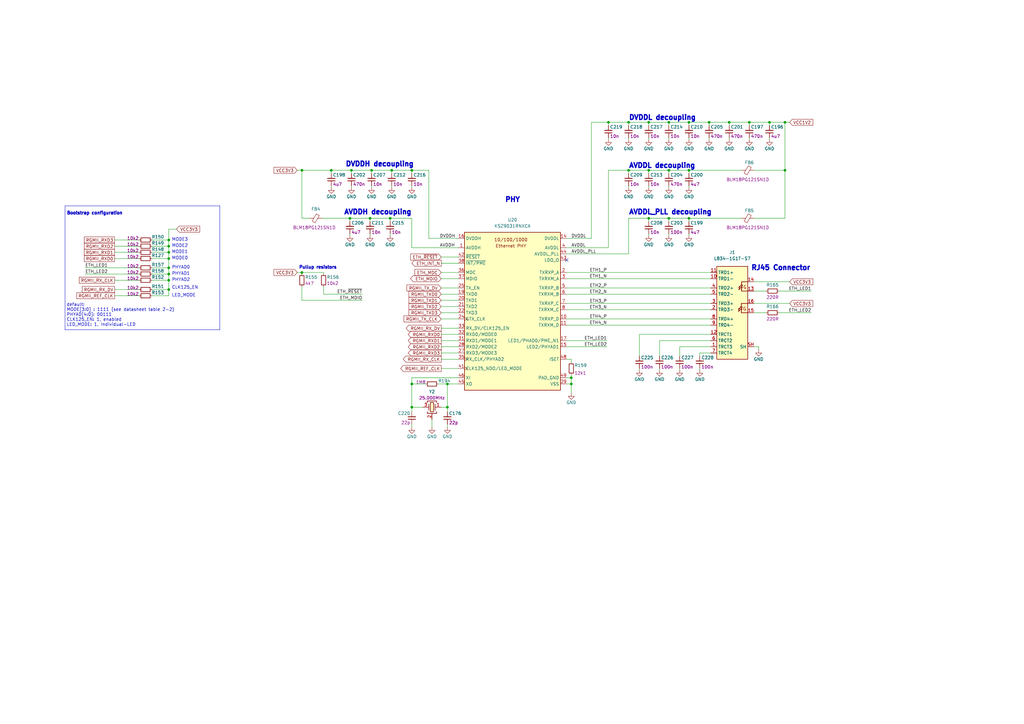
<source format=kicad_sch>
(kicad_sch (version 20211123) (generator eeschema)
  (paper "A3")
  (title_block (title "Artix - Datacenter Secure Control Module (DC-SCM)") (date "2023-08-09") (rev "1.1.1"))
  (junction (at 274.32 50.165))
  (junction (at 69.215 118.745))
  (junction (at 160.02 89.535))
  (junction (at 123.825 111.76))
  (junction (at 168.91 157.48))
  (junction (at 69.215 109.855))
  (junction (at 257.81 69.85))
  (junction (at 234.315 157.48))
  (junction (at 69.215 106.045))
  (junction (at 123.825 69.85))
  (junction (at 160.655 69.85))
  (junction (at 282.575 69.85))
  (junction (at 69.215 103.505))
  (junction (at 266.065 89.535))
  (junction (at 266.065 50.165))
  (junction (at 307.34 50.165))
  (junction (at 135.89 69.85))
  (junction (at 321.945 69.85))
  (junction (at 69.215 114.935))
  (junction (at 143.51 89.535))
  (junction (at 168.91 167.005))
  (junction (at 183.515 157.48))
  (junction (at 299.085 50.165))
  (junction (at 274.32 69.85))
  (junction (at 69.215 100.965))
  (junction (at 69.215 112.395))
  (junction (at 144.145 69.85))
  (junction (at 151.765 89.535))
  (junction (at 282.575 89.535))
  (junction (at 321.945 50.165))
  (junction (at 152.4 69.85))
  (junction (at 315.595 50.165))
  (junction (at 249.555 50.165))
  (junction (at 274.32 89.535))
  (junction (at 290.83 50.165))
  (junction (at 183.515 167.005))
  (junction (at 282.575 50.165))
  (junction (at 69.215 98.425))
  (junction (at 257.81 50.165))
  (junction (at 266.065 69.85))
  (junction (at 234.315 154.94))
  (junction (at 168.91 69.85))
  (no_connect (at 232.41 106.68))
  (wire (pts (xy 168.91 101.6) (xy 187.96 101.6)))
  (wire (pts (xy 46.99 114.935) (xy 57.15 114.935)))
  (wire (pts (xy 309.245 89.535) (xy 321.945 89.535)))
  (polyline (pts (xy 90.17 84.455) (xy 90.17 135.255)) (stroke (width 0) (type solid)))
  (wire (pts (xy 249.555 69.85) (xy 257.81 69.85)))
  (wire (pts (xy 132.08 89.535) (xy 143.51 89.535)))
  (wire (pts (xy 282.575 50.165) (xy 282.575 51.435)))
  (wire (pts (xy 287.02 151.13) (xy 287.02 151.765)))
  (wire (pts (xy 160.655 76.2) (xy 160.655 76.835)))
  (wire (pts (xy 311.15 142.24) (xy 311.15 143.51)))
  (wire (pts (xy 257.81 69.85) (xy 266.065 69.85)))
  (wire (pts (xy 180.975 105.41) (xy 187.96 105.41)))
  (wire (pts (xy 123.825 111.76) (xy 123.825 112.395)))
  (wire (pts (xy 174.625 157.48) (xy 168.91 157.48)))
  (wire (pts (xy 232.41 101.6) (xy 249.555 101.6)))
  (wire (pts (xy 180.975 123.19) (xy 187.96 123.19)))
  (wire (pts (xy 180.975 139.7) (xy 187.96 139.7)))
  (wire (pts (xy 282.575 76.2) (xy 282.575 76.835)))
  (wire (pts (xy 183.515 157.48) (xy 179.705 157.48)))
  (wire (pts (xy 180.975 134.62) (xy 187.96 134.62)))
  (wire (pts (xy 274.32 76.2) (xy 274.32 76.835)))
  (wire (pts (xy 291.465 139.7) (xy 270.51 139.7)))
  (wire (pts (xy 232.41 147.32) (xy 234.315 147.32)))
  (wire (pts (xy 323.85 115.57) (xy 309.245 115.57)))
  (wire (pts (xy 62.23 114.935) (xy 69.215 114.935)))
  (wire (pts (xy 249.555 69.85) (xy 249.555 101.6)))
  (wire (pts (xy 187.96 107.95) (xy 180.975 107.95)))
  (wire (pts (xy 291.465 120.65) (xy 232.41 120.65)))
  (wire (pts (xy 287.02 144.78) (xy 287.02 146.05)))
  (wire (pts (xy 69.215 100.965) (xy 69.215 103.505)))
  (wire (pts (xy 257.81 56.515) (xy 257.81 57.15)))
  (wire (pts (xy 291.465 133.35) (xy 232.41 133.35)))
  (wire (pts (xy 69.215 103.505) (xy 69.215 106.045)))
  (wire (pts (xy 291.465 127) (xy 232.41 127)))
  (wire (pts (xy 187.96 147.32) (xy 180.975 147.32)))
  (wire (pts (xy 175.895 97.79) (xy 187.96 97.79)))
  (wire (pts (xy 257.81 104.14) (xy 257.81 89.535)))
  (wire (pts (xy 152.4 69.85) (xy 160.655 69.85)))
  (wire (pts (xy 135.89 69.85) (xy 144.145 69.85)))
  (wire (pts (xy 234.315 153.67) (xy 234.315 154.94)))
  (wire (pts (xy 257.81 69.85) (xy 257.81 71.12)))
  (wire (pts (xy 307.34 50.165) (xy 307.34 51.435)))
  (wire (pts (xy 175.895 69.85) (xy 175.895 97.79)))
  (wire (pts (xy 282.575 89.535) (xy 304.165 89.535)))
  (wire (pts (xy 282.575 95.885) (xy 282.575 96.52)))
  (wire (pts (xy 180.975 128.27) (xy 187.96 128.27)))
  (wire (pts (xy 266.065 50.165) (xy 257.81 50.165)))
  (wire (pts (xy 168.91 76.2) (xy 168.91 76.835)))
  (wire (pts (xy 62.23 100.965) (xy 69.215 100.965)))
  (wire (pts (xy 282.575 69.85) (xy 282.575 71.12)))
  (wire (pts (xy 62.23 118.745) (xy 69.215 118.745)))
  (wire (pts (xy 121.92 69.85) (xy 123.825 69.85)))
  (wire (pts (xy 266.065 89.535) (xy 274.32 89.535)))
  (wire (pts (xy 234.315 157.48) (xy 234.315 161.29)))
  (wire (pts (xy 151.765 89.535) (xy 151.765 90.805)))
  (wire (pts (xy 180.975 151.13) (xy 187.96 151.13)))
  (wire (pts (xy 160.655 69.85) (xy 160.655 71.12)))
  (wire (pts (xy 323.85 50.165) (xy 321.945 50.165)))
  (wire (pts (xy 234.315 147.32) (xy 234.315 148.59)))
  (wire (pts (xy 168.91 168.91) (xy 168.91 167.005)))
  (wire (pts (xy 151.765 89.535) (xy 160.02 89.535)))
  (wire (pts (xy 257.81 89.535) (xy 266.065 89.535)))
  (wire (pts (xy 135.89 76.2) (xy 135.89 76.835)))
  (wire (pts (xy 160.02 95.885) (xy 160.02 96.52)))
  (wire (pts (xy 187.96 120.65) (xy 180.975 120.65)))
  (wire (pts (xy 160.02 89.535) (xy 160.02 90.805)))
  (wire (pts (xy 321.945 50.165) (xy 315.595 50.165)))
  (wire (pts (xy 69.215 98.425) (xy 69.215 100.965)))
  (wire (pts (xy 123.825 69.85) (xy 135.89 69.85)))
  (wire (pts (xy 123.825 89.535) (xy 127 89.535)))
  (wire (pts (xy 315.595 50.165) (xy 307.34 50.165)))
  (wire (pts (xy 143.51 95.885) (xy 143.51 96.52)))
  (wire (pts (xy 274.32 50.165) (xy 274.32 51.435)))
  (wire (pts (xy 274.32 95.885) (xy 274.32 96.52)))
  (wire (pts (xy 132.715 117.475) (xy 132.715 120.65)))
  (wire (pts (xy 257.81 50.165) (xy 257.81 51.435)))
  (wire (pts (xy 144.145 69.85) (xy 144.145 71.12)))
  (wire (pts (xy 143.51 89.535) (xy 143.51 90.805)))
  (wire (pts (xy 123.825 123.19) (xy 123.825 117.475)))
  (wire (pts (xy 132.715 112.395) (xy 132.715 111.76)))
  (wire (pts (xy 46.99 98.425) (xy 57.15 98.425)))
  (polyline (pts (xy 26.67 135.255) (xy 26.67 84.455)) (stroke (width 0) (type solid)))
  (wire (pts (xy 262.255 151.13) (xy 262.255 151.765)))
  (wire (pts (xy 148.59 123.19) (xy 123.825 123.19)))
  (wire (pts (xy 69.215 109.855) (xy 69.215 112.395)))
  (wire (pts (xy 62.23 121.285) (xy 69.215 121.285)))
  (wire (pts (xy 152.4 76.2) (xy 152.4 76.835)))
  (wire (pts (xy 291.465 124.46) (xy 232.41 124.46)))
  (wire (pts (xy 187.96 114.3) (xy 180.975 114.3)))
  (wire (pts (xy 69.215 93.98) (xy 69.215 98.425)))
  (wire (pts (xy 232.41 142.24) (xy 248.92 142.24)))
  (wire (pts (xy 160.02 89.535) (xy 168.91 89.535)))
  (wire (pts (xy 299.085 50.165) (xy 299.085 51.435)))
  (wire (pts (xy 282.575 69.85) (xy 274.32 69.85)))
  (wire (pts (xy 291.465 130.81) (xy 232.41 130.81)))
  (wire (pts (xy 234.315 157.48) (xy 232.41 157.48)))
  (wire (pts (xy 266.065 89.535) (xy 266.065 90.805)))
  (wire (pts (xy 291.465 118.11) (xy 232.41 118.11)))
  (wire (pts (xy 315.595 50.165) (xy 315.595 51.435)))
  (wire (pts (xy 242.57 50.165) (xy 242.57 97.79)))
  (wire (pts (xy 290.83 50.165) (xy 299.085 50.165)))
  (wire (pts (xy 183.515 168.91) (xy 183.515 167.005)))
  (wire (pts (xy 309.245 119.38) (xy 314.325 119.38)))
  (wire (pts (xy 168.91 69.85) (xy 168.91 71.12)))
  (wire (pts (xy 332.74 119.38) (xy 319.405 119.38)))
  (wire (pts (xy 168.91 167.005) (xy 168.91 157.48)))
  (wire (pts (xy 321.945 69.85) (xy 321.945 89.535)))
  (wire (pts (xy 46.99 118.745) (xy 57.15 118.745)))
  (wire (pts (xy 46.99 121.285) (xy 57.15 121.285)))
  (wire (pts (xy 274.32 89.535) (xy 274.32 90.805)))
  (wire (pts (xy 151.765 95.885) (xy 151.765 96.52)))
  (wire (pts (xy 34.925 112.395) (xy 57.15 112.395)))
  (wire (pts (xy 287.02 144.78) (xy 291.465 144.78)))
  (wire (pts (xy 299.085 56.515) (xy 299.085 57.15)))
  (wire (pts (xy 232.41 139.7) (xy 248.92 139.7)))
  (wire (pts (xy 321.945 50.165) (xy 321.945 69.85)))
  (wire (pts (xy 262.255 137.16) (xy 262.255 146.05)))
  (wire (pts (xy 307.34 56.515) (xy 307.34 57.15)))
  (wire (pts (xy 278.765 151.13) (xy 278.765 151.765)))
  (wire (pts (xy 309.245 124.46) (xy 323.85 124.46)))
  (wire (pts (xy 282.575 89.535) (xy 274.32 89.535)))
  (wire (pts (xy 274.32 69.85) (xy 274.32 71.12)))
  (wire (pts (xy 282.575 69.85) (xy 304.165 69.85)))
  (wire (pts (xy 309.245 69.85) (xy 321.945 69.85)))
  (wire (pts (xy 332.74 128.27) (xy 319.405 128.27)))
  (wire (pts (xy 46.99 100.965) (xy 57.15 100.965)))
  (wire (pts (xy 34.925 109.855) (xy 57.15 109.855)))
  (wire (pts (xy 257.81 76.2) (xy 257.81 76.835)))
  (wire (pts (xy 180.975 111.76) (xy 187.96 111.76)))
  (wire (pts (xy 315.595 56.515) (xy 315.595 57.15)))
  (wire (pts (xy 144.145 76.2) (xy 144.145 76.835)))
  (wire (pts (xy 180.975 144.78) (xy 187.96 144.78)))
  (wire (pts (xy 187.96 154.94) (xy 168.91 154.94)))
  (wire (pts (xy 62.23 112.395) (xy 69.215 112.395)))
  (wire (pts (xy 183.515 173.99) (xy 183.515 175.2487)))
  (wire (pts (xy 69.215 112.395) (xy 69.215 114.935)))
  (wire (pts (xy 46.99 103.505) (xy 57.15 103.505)))
  (wire (pts (xy 266.065 76.2) (xy 266.065 76.835)))
  (wire (pts (xy 132.715 111.76) (xy 123.825 111.76)))
  (wire (pts (xy 46.99 106.045) (xy 57.15 106.045)))
  (wire (pts (xy 266.065 95.885) (xy 266.065 96.52)))
  (wire (pts (xy 270.51 139.7) (xy 270.51 146.05)))
  (wire (pts (xy 232.41 97.79) (xy 242.57 97.79)))
  (wire (pts (xy 183.515 157.48) (xy 187.96 157.48)))
  (wire (pts (xy 135.89 69.85) (xy 135.89 71.12)))
  (wire (pts (xy 232.41 111.76) (xy 291.465 111.76)))
  (wire (pts (xy 168.91 173.99) (xy 168.91 175.26)))
  (wire (pts (xy 234.315 154.94) (xy 232.41 154.94)))
  (wire (pts (xy 148.59 120.65) (xy 132.715 120.65)))
  (wire (pts (xy 177.165 172.085) (xy 177.165 175.26)))
  (wire (pts (xy 270.51 151.13) (xy 270.51 151.765)))
  (wire (pts (xy 143.51 89.535) (xy 151.765 89.535)))
  (wire (pts (xy 266.065 69.85) (xy 266.065 71.12)))
  (wire (pts (xy 160.655 69.85) (xy 168.91 69.85)))
  (wire (pts (xy 266.065 69.85) (xy 274.32 69.85)))
  (wire (pts (xy 187.96 142.24) (xy 180.975 142.24)))
  (wire (pts (xy 69.215 118.745) (xy 69.215 121.285)))
  (wire (pts (xy 249.555 50.165) (xy 249.555 51.435)))
  (wire (pts (xy 62.23 103.505) (xy 69.215 103.505)))
  (wire (pts (xy 234.315 154.94) (xy 234.315 157.48)))
  (wire (pts (xy 187.96 130.81) (xy 180.975 130.81)))
  (wire (pts (xy 152.4 69.85) (xy 152.4 71.12)))
  (wire (pts (xy 232.41 104.14) (xy 257.81 104.14)))
  (wire (pts (xy 69.215 114.935) (xy 69.215 118.745)))
  (wire (pts (xy 278.765 142.24) (xy 278.765 146.05)))
  (wire (pts (xy 180.975 167.005) (xy 183.515 167.005)))
  (wire (pts (xy 180.975 118.11) (xy 187.96 118.11)))
  (wire (pts (xy 152.4 69.85) (xy 144.145 69.85)))
  (wire (pts (xy 187.96 137.16) (xy 180.975 137.16)))
  (wire (pts (xy 121.92 111.76) (xy 123.825 111.76)))
  (wire (pts (xy 266.065 56.515) (xy 266.065 57.15)))
  (wire (pts (xy 168.91 101.6) (xy 168.91 89.535)))
  (wire (pts (xy 168.91 154.94) (xy 168.91 157.48)))
  (wire (pts (xy 282.575 50.165) (xy 274.32 50.165)))
  (wire (pts (xy 62.23 109.855) (xy 69.215 109.855)))
  (wire (pts (xy 173.355 167.005) (xy 168.91 167.005)))
  (wire (pts (xy 62.23 106.045) (xy 69.215 106.045)))
  (wire (pts (xy 274.32 56.515) (xy 274.32 57.15)))
  (polyline (pts (xy 90.17 84.455) (xy 26.67 84.455)) (stroke (width 0) (type solid)))
  (wire (pts (xy 290.83 56.515) (xy 290.83 57.15)))
  (wire (pts (xy 309.245 142.24) (xy 311.15 142.24)))
  (polyline (pts (xy 90.17 135.255) (xy 26.67 135.255)) (stroke (width 0) (type solid)))
  (wire (pts (xy 242.57 50.165) (xy 249.555 50.165)))
  (wire (pts (xy 232.41 114.3) (xy 291.465 114.3)))
  (wire (pts (xy 183.515 157.48) (xy 183.515 167.005)))
  (wire (pts (xy 282.575 89.535) (xy 282.575 90.805)))
  (wire (pts (xy 257.81 50.165) (xy 249.555 50.165)))
  (wire (pts (xy 282.575 56.515) (xy 282.575 57.15)))
  (wire (pts (xy 72.39 93.98) (xy 69.215 93.98)))
  (wire (pts (xy 168.91 69.85) (xy 175.895 69.85)))
  (wire (pts (xy 69.215 106.045) (xy 69.215 109.855)))
  (wire (pts (xy 266.065 50.165) (xy 266.065 51.435)))
  (wire (pts (xy 290.83 50.165) (xy 282.575 50.165)))
  (wire (pts (xy 249.555 56.515) (xy 249.555 57.15)))
  (wire (pts (xy 309.245 128.27) (xy 314.325 128.27)))
  (wire (pts (xy 274.32 50.165) (xy 266.065 50.165)))
  (wire (pts (xy 291.465 142.24) (xy 278.765 142.24)))
  (wire (pts (xy 187.96 125.73) (xy 180.975 125.73)))
  (wire (pts (xy 307.34 50.165) (xy 299.085 50.165)))
  (wire (pts (xy 62.23 98.425) (xy 69.215 98.425)))
  (wire (pts (xy 291.465 137.16) (xy 262.255 137.16)))
  (wire (pts (xy 290.83 50.165) (xy 290.83 51.435)))
  (wire (pts (xy 123.825 69.85) (xy 123.825 89.535)))
  (text "DVDDL decoupling" (at 257.81 49.53 0) (effects (font (size 2 2) (thickness 0.5994) bold) (justify left bottom)))
  (text "MODE0\n" (at 70.485 106.68 0) (effects (font (size 1.27 1.27)) (justify left bottom)))
  (text "PHY" (at 207.01 83.185 0) (effects (font (size 2 2) (thickness 0.5994) bold) (justify left bottom)))
  (text "MODE1" (at 70.485 104.14 0) (effects (font (size 1.27 1.27)) (justify left bottom)))
  (text "default:\nMODE[3:0] : 1111 (see datasheet table 2-2)\nPHYAD[4:0]: 00111 \nCLK125_EN: 1, enabled\nLED_MODE: 1, Individual-LED" (at 27.305 133.985 0) (effects (font (size 1.27 1.27)) (justify left bottom)))
  (text "AVDDL_PLL decoupling" (at 257.81 88.265 0) (effects (font (size 2 2) (thickness 0.5994) bold) (justify left bottom)))
  (text "MODE3" (at 70.485 99.06 0) (effects (font (size 1.27 1.27)) (justify left bottom)))
  (text "MODE2" (at 70.485 101.6 0) (effects (font (size 1.27 1.27)) (justify left bottom)))
  (text "PHYAD1" (at 70.485 113.03 0) (effects (font (size 1.27 1.27)) (justify left bottom)))
  (text "PHYAD2" (at 70.485 115.57 0) (effects (font (size 1.27 1.27)) (justify left bottom)))
  (text "AVDDH decoupling" (at 140.97 88.265 0) (effects (font (size 2 2) (thickness 0.5994) bold) (justify left bottom)))
  (text "CLK125_EN" (at 70.485 118.745 0) (effects (font (size 1.27 1.27)) (justify left bottom)))
  (text "AVDDL decoupling" (at 257.81 69.215 0) (effects (font (size 2 2) (thickness 0.5994) bold) (justify left bottom)))
  (text "LED_MODE" (at 70.485 121.92 0) (effects (font (size 1.27 1.27)) (justify left bottom)))
  (text "Pullup resistors" (at 122.555 110.49 0) (effects (font (size 1.27 1.27) (thickness 0.5994) bold) (justify left bottom)))
  (text "Bootstrap configuration" (at 27.305 88.265 0) (effects (font (size 1.27 1.27) (thickness 0.5994) bold) (justify left bottom)))
  (text "DVDDH decoupling" (at 141.605 68.58 0) (effects (font (size 2 2) (thickness 0.5994) bold) (justify left bottom)))
  (text "RJ45 Connector" (at 307.975 111.125 0) (effects (font (size 2 2) (thickness 0.5994) bold) (justify left bottom)))
  (text "PHYAD0" (at 70.485 110.49 0) (effects (font (size 1.27 1.27)) (justify left bottom)))
  (label "ETH3_P" (at 248.92 124.46 180))
  (label "ETH1_N" (at 248.92 114.3 180))
  (label "ETH2_N" (at 248.92 120.65 180))
  (label "AVDDL" (at 234.315 101.6 0))
  (label "ETH_LED2" (at 332.74 128.27 180))
  (label "DVDDH" (at 180.34 97.79 0))
  (label "ETH4_P" (at 248.92 130.81 180))
  (label "ETH_LED2" (at 248.92 142.24 180))
  (label "ETH4_N" (at 248.92 133.35 180))
  (label "ETH_LED1" (at 34.925 109.855 0))
  (label "ETH_LED2" (at 34.925 112.395 0))
  (label "ETH_LED1" (at 332.74 119.38 180))
  (label "AVDDH" (at 180.34 101.6 0))
  (label "ETH1_P" (at 248.92 111.76 180))
  (label "ETH3_N" (at 248.92 127 180))
  (label "AVDDL_PLL" (at 234.315 104.14 0))
  (label "ETH_MDIO" (at 148.59 123.19 180))
  (label "ETH2_P" (at 248.92 118.11 180))
  (label "DVDDL" (at 234.315 97.79 0))
  (label "ETH_LED1" (at 248.92 139.7 180))
  (label "ETH_~{RESET}" (at 148.59 120.65 180))
  (global_label "RGMII_TXD3" (shape input) (at 180.975 128.27 180) (property "Intersheet References" "${INTERSHEET_REFS}" (effects hide)))
  (global_label "ETH_INT_N" (shape output) (at 180.975 107.95 180) (property "Intersheet References" "${INTERSHEET_REFS}" (effects hide)))
  (global_label "RGMII_TXD2" (shape input) (at 180.975 125.73 180) (property "Intersheet References" "${INTERSHEET_REFS}" (effects hide)))
  (global_label "RGMII_TXD1" (shape input) (at 180.975 123.19 180) (property "Intersheet References" "${INTERSHEET_REFS}" (effects hide)))
  (global_label "ETH_MDC" (shape input) (at 180.975 111.76 180) (property "Intersheet References" "${INTERSHEET_REFS}" (effects hide)))
  (global_label "ETH_MDIO" (shape bidirectional) (at 180.975 114.3 180) (property "Intersheet References" "${INTERSHEET_REFS}" (effects hide)))
  (global_label "RGMII_RXD1" (shape passive) (at 46.99 103.505 180) (property "Intersheet References" "${INTERSHEET_REFS}" (effects hide)))
  (global_label "RGMII_RX_CLK" (shape passive) (at 46.99 114.935 180) (property "Intersheet References" "${INTERSHEET_REFS}" (effects hide)))
  (global_label "RGMII_RXD0" (shape passive) (at 46.99 106.045 180) (property "Intersheet References" "${INTERSHEET_REFS}" (effects hide)))
  (global_label "VCC3V3" (shape input) (at 323.85 115.57 0) (property "Intersheet References" "${INTERSHEET_REFS}" (effects hide)))
  (global_label "VCC1V2" (shape input) (at 323.85 50.165 0) (property "Intersheet References" "${INTERSHEET_REFS}" (effects hide)))
  (global_label "RGMII_RX_CLK" (shape output) (at 180.975 147.32 180) (property "Intersheet References" "${INTERSHEET_REFS}" (effects hide)))
  (global_label "RGMII_REF_CLK" (shape passive) (at 46.99 121.285 180) (property "Intersheet References" "${INTERSHEET_REFS}" (effects hide)))
  (global_label "VCC3V3" (shape input) (at 72.39 93.98 0) (property "Intersheet References" "${INTERSHEET_REFS}" (effects hide)))
  (global_label "RGMII_RXD3" (shape output) (at 180.975 144.78 180) (property "Intersheet References" "${INTERSHEET_REFS}" (effects hide)))
  (global_label "RGMII_RX_DV" (shape passive) (at 46.99 118.745 180) (property "Intersheet References" "${INTERSHEET_REFS}" (effects hide)))
  (global_label "VCC3V3" (shape input) (at 121.92 111.76 180) (property "Intersheet References" "${INTERSHEET_REFS}" (effects hide)))
  (global_label "RGMII_REF_CLK" (shape output) (at 180.975 151.13 180) (property "Intersheet References" "${INTERSHEET_REFS}" (effects hide)))
  (global_label "RGMII_RXD3" (shape passive) (at 46.99 98.425 180) (property "Intersheet References" "${INTERSHEET_REFS}" (effects hide)))
  (global_label "RGMII_TX_DV" (shape input) (at 180.975 118.11 180) (property "Intersheet References" "${INTERSHEET_REFS}" (effects hide)))
  (global_label "RGMII_TXD0" (shape input) (at 180.975 120.65 180) (property "Intersheet References" "${INTERSHEET_REFS}" (effects hide)))
  (global_label "ETH_~{RESET}" (shape input) (at 180.975 105.41 180) (property "Intersheet References" "${INTERSHEET_REFS}" (effects hide)))
  (global_label "RGMII_RX_DV" (shape output) (at 180.975 134.62 180) (property "Intersheet References" "${INTERSHEET_REFS}" (effects hide)))
  (global_label "RGMII_TX_CLK" (shape input) (at 180.975 130.81 180) (property "Intersheet References" "${INTERSHEET_REFS}" (effects hide)))
  (global_label "RGMII_RXD2" (shape passive) (at 46.99 100.965 180) (property "Intersheet References" "${INTERSHEET_REFS}" (effects hide)))
  (global_label "VCC3V3" (shape input) (at 323.85 124.46 0) (property "Intersheet References" "${INTERSHEET_REFS}" (effects hide)))
  (global_label "RGMII_RXD1" (shape output) (at 180.975 139.7 180) (property "Intersheet References" "${INTERSHEET_REFS}" (effects hide)))
  (global_label "RGMII_RXD0" (shape output) (at 180.975 137.16 180) (property "Intersheet References" "${INTERSHEET_REFS}" (effects hide)))
  (global_label "VCC3V3" (shape input) (at 121.92 69.85 180) (property "Intersheet References" "${INTERSHEET_REFS}" (effects hide)))
  (global_label "RGMII_RXD2" (shape output) (at 180.975 142.24 180) (property "Intersheet References" "${INTERSHEET_REFS}" (effects hide)))
  (symbol (lib_name "R_220R_0402_1") (lib_id "antmicroResistors0402:R_220R_0402") (at 314.325 128.27 0) (unit 1)
    (property "Reference" "R166" (at 316.865 125.73 0))
    (property "Value" "R_220R_0402" (effects hide))
    (property "Footprint" "antmicro-footprints:R_0402_1005Metric" (effects hide))
    (property "Datasheet" "https://www.bourns.com/docs/product-datasheets/cr.pdf" (effects hide))
    (property "Manufacturer" "Bourns" (effects hide))
    (property "MPN" "CR0402-FX-2200GLF" (effects hide))
    (property "Val" "220R" (at 316.865 130.81 0))
    (property "License" "Apache-2.0" (effects hide))
    (property "Author" "Antmicro" (effects hide))
    (property "Tolerance" "1%" (effects hide))
  )
  (symbol (lib_id "antmicroResistors0402:R_220R_0402") (at 314.325 119.38 0) (unit 1)
    (property "Reference" "R165" (at 316.865 116.84 0))
    (property "Value" "R_220R_0402" (effects hide))
    (property "Footprint" "antmicro-footprints:R_0402_1005Metric" (effects hide))
    (property "Datasheet" "https://www.bourns.com/docs/product-datasheets/cr.pdf" (effects hide))
    (property "Manufacturer" "Bourns" (effects hide))
    (property "MPN" "CR0402-FX-2200GLF" (effects hide))
    (property "Val" "220R" (at 316.865 121.92 0))
    (property "License" "Apache-2.0" (effects hide))
    (property "Author" "Antmicro" (effects hide))
    (property "Tolerance" "1%" (effects hide))
  )
  (symbol (lib_name "R_10k2_0402_1") (lib_id "antmicroResistors0402:R_10k2_0402") (at 57.15 106.045 0) (unit 1)
    (property "Reference" "R127" (at 67.31 104.775 0) (effects (justify right)))
    (property "Value" "R_10k2_0402" (effects hide))
    (property "Footprint" "antmicro-footprints:R_0402_1005Metric" (effects hide))
    (property "Datasheet" "https://www.bourns.com/docs/product-datasheets/cr.pdf" (effects hide))
    (property "Manufacturer" "Bourns" (effects hide))
    (property "MPN" "CR0402-FX-1022GLF" (effects hide))
    (property "Val" "10k2" (at 52.07 106.045 0) (effects (justify left bottom)))
    (property "License" "Apache-2.0" (effects hide))
    (property "Author" "Antmicro" (effects hide))
    (property "Tolerance" "1%" (effects hide))
  )
  (symbol (lib_name "R_10k2_0402_6") (lib_id "antmicroResistors0402:R_10k2_0402") (at 57.15 103.505 0) (unit 1)
    (property "Reference" "R148" (at 67.31 102.235 0) (effects (justify right)))
    (property "Value" "R_10k2_0402" (effects hide))
    (property "Footprint" "antmicro-footprints:R_0402_1005Metric" (effects hide))
    (property "Datasheet" "https://www.bourns.com/docs/product-datasheets/cr.pdf" (effects hide))
    (property "Manufacturer" "Bourns" (effects hide))
    (property "MPN" "CR0402-FX-1022GLF" (effects hide))
    (property "Val" "10k2" (at 52.07 103.505 0) (effects (justify left bottom)))
    (property "License" "Apache-2.0" (effects hide))
    (property "Author" "Antmicro" (effects hide))
    (property "Tolerance" "1%" (effects hide))
  )
  (symbol (lib_name "R_10k2_0402_5") (lib_id "antmicroResistors0402:R_10k2_0402") (at 57.15 100.965 0) (unit 1)
    (property "Reference" "R149" (at 67.31 99.695 0) (effects (justify right)))
    (property "Value" "R_10k2_0402" (effects hide))
    (property "Footprint" "antmicro-footprints:R_0402_1005Metric" (effects hide))
    (property "Datasheet" "https://www.bourns.com/docs/product-datasheets/cr.pdf" (effects hide))
    (property "Manufacturer" "Bourns" (effects hide))
    (property "MPN" "CR0402-FX-1022GLF" (effects hide))
    (property "Val" "10k2" (at 52.07 100.965 0) (effects (justify left bottom)))
    (property "License" "Apache-2.0" (effects hide))
    (property "Author" "Antmicro" (effects hide))
    (property "Tolerance" "1%" (effects hide))
  )
  (symbol (lib_name "R_10k2_0402_4") (lib_id "antmicroResistors0402:R_10k2_0402") (at 57.15 98.425 0) (unit 1)
    (property "Reference" "R150" (at 67.31 97.155 0) (effects (justify right)))
    (property "Value" "R_10k2_0402" (effects hide))
    (property "Footprint" "antmicro-footprints:R_0402_1005Metric" (effects hide))
    (property "Datasheet" "https://www.bourns.com/docs/product-datasheets/cr.pdf" (effects hide))
    (property "Manufacturer" "Bourns" (effects hide))
    (property "MPN" "CR0402-FX-1022GLF" (effects hide))
    (property "Val" "10k2" (at 52.07 98.425 0) (effects (justify left bottom)))
    (property "License" "Apache-2.0" (effects hide))
    (property "Author" "Antmicro" (effects hide))
    (property "Tolerance" "1%" (effects hide))
  )
  (symbol (lib_name "R_10k2_0402_2") (lib_id "antmicroResistors0402:R_10k2_0402") (at 57.15 121.285 0) (unit 1)
    (property "Reference" "R153" (at 67.31 120.015 0) (effects (justify right)))
    (property "Value" "R_10k2_0402" (effects hide))
    (property "Footprint" "antmicro-footprints:R_0402_1005Metric" (effects hide))
    (property "Datasheet" "https://www.bourns.com/docs/product-datasheets/cr.pdf" (effects hide))
    (property "Manufacturer" "Bourns" (effects hide))
    (property "MPN" "CR0402-FX-1022GLF" (effects hide))
    (property "Val" "10k2" (at 52.07 121.285 0) (effects (justify left bottom)))
    (property "License" "Apache-2.0" (effects hide))
    (property "Author" "Antmicro" (effects hide))
    (property "Tolerance" "1%" (effects hide))
  )
  (symbol (lib_name "R_10k2_0402_3") (lib_id "antmicroResistors0402:R_10k2_0402") (at 57.15 114.935 0) (unit 1)
    (property "Reference" "R152" (at 67.31 113.665 0) (effects (justify right)))
    (property "Value" "R_10k2_0402" (effects hide))
    (property "Footprint" "antmicro-footprints:R_0402_1005Metric" (effects hide))
    (property "Datasheet" "https://www.bourns.com/docs/product-datasheets/cr.pdf" (effects hide))
    (property "Manufacturer" "Bourns" (effects hide))
    (property "MPN" "CR0402-FX-1022GLF" (effects hide))
    (property "Val" "10k2" (at 52.07 114.935 0) (effects (justify left bottom)))
    (property "License" "Apache-2.0" (effects hide))
    (property "Author" "Antmicro" (effects hide))
    (property "Tolerance" "1%" (effects hide))
  )
  (symbol (lib_name "R_10k2_0402_7") (lib_id "antmicroResistors0402:R_10k2_0402") (at 57.15 118.745 0) (unit 1)
    (property "Reference" "R151" (at 67.31 117.475 0) (effects (justify right)))
    (property "Value" "R_10k2_0402" (effects hide))
    (property "Footprint" "antmicro-footprints:R_0402_1005Metric" (effects hide))
    (property "Datasheet" "https://www.bourns.com/docs/product-datasheets/cr.pdf" (effects hide))
    (property "Manufacturer" "Bourns" (effects hide))
    (property "MPN" "CR0402-FX-1022GLF" (effects hide))
    (property "Val" "10k2" (at 52.07 118.745 0) (effects (justify left bottom)))
    (property "License" "Apache-2.0" (effects hide))
    (property "Author" "Antmicro" (effects hide))
    (property "Tolerance" "1%" (effects hide))
  )
  (symbol (lib_name "R_10k2_0402_9") (lib_id "antmicroResistors0402:R_10k2_0402") (at 132.715 117.475 90) (unit 1)
    (property "Reference" "R156" (at 133.985 113.665 90) (effects (justify right)))
    (property "Value" "R_10k2_0402" (effects hide))
    (property "Footprint" "antmicro-footprints:R_0402_1005Metric" (effects hide))
    (property "Datasheet" "https://www.bourns.com/docs/product-datasheets/cr.pdf" (effects hide))
    (property "Manufacturer" "Bourns" (effects hide))
    (property "MPN" "CR0402-FX-1022GLF" (effects hide))
    (property "Val" "10k2" (at 133.985 116.205 90) (effects (justify right)))
    (property "License" "Apache-2.0" (effects hide))
    (property "Author" "Antmicro" (effects hide))
    (property "Tolerance" "1%" (effects hide))
  )
  (symbol (lib_id "antmicroResistors0402:R_10k2_0402") (at 57.15 112.395 0) (unit 1)
    (property "Reference" "R158" (at 67.31 111.125 0) (effects (justify right)))
    (property "Value" "R_10k2_0402" (effects hide))
    (property "Footprint" "antmicro-footprints:R_0402_1005Metric" (effects hide))
    (property "Datasheet" "https://www.bourns.com/docs/product-datasheets/cr.pdf" (effects hide))
    (property "Manufacturer" "Bourns" (effects hide))
    (property "MPN" "CR0402-FX-1022GLF" (effects hide))
    (property "Val" "10k2" (at 52.07 112.395 0) (effects (justify left bottom)))
    (property "License" "Apache-2.0" (effects hide))
    (property "Author" "Antmicro" (effects hide))
    (property "Tolerance" "1%" (effects hide))
  )
  (symbol (lib_name "R_10k2_0402_8") (lib_id "antmicroResistors0402:R_10k2_0402") (at 57.15 109.855 0) (unit 1)
    (property "Reference" "R157" (at 67.31 108.585 0) (effects (justify right)))
    (property "Value" "R_10k2_0402" (effects hide))
    (property "Footprint" "antmicro-footprints:R_0402_1005Metric" (effects hide))
    (property "Datasheet" "https://www.bourns.com/docs/product-datasheets/cr.pdf" (effects hide))
    (property "Manufacturer" "Bourns" (effects hide))
    (property "MPN" "CR0402-FX-1022GLF" (effects hide))
    (property "Val" "10k2" (at 52.07 109.855 0) (effects (justify left bottom)))
    (property "License" "Apache-2.0" (effects hide))
    (property "Author" "Antmicro" (effects hide))
    (property "Tolerance" "1%" (effects hide))
  )
  (symbol (lib_name "C_4u7_0402_2") (lib_id "antmicroCapacitors0402:C_4u7_0402") (at 282.575 76.2 270) (mirror x) (unit 1)
    (property "Reference" "C200" (at 283.21 71.755 90) (effects (justify left)))
    (property "Value" "C_4u7_0402" (effects hide))
    (property "Footprint" "antmicro-footprints:C_0402_1005Metric" (effects hide))
    (property "Datasheet" " " (effects hide))
    (property "Manufacturer" "Murata" (effects hide))
    (property "MPN" "GRM155R61A475MEAAD" (effects hide))
    (property "Val" "4u7" (at 283.21 75.565 90) (effects (justify left)))
    (property "License" "Apache-2.0" (effects hide))
    (property "Author" "Antmicro" (effects hide))
  )
  (symbol (lib_name "C_470n_0402_1") (lib_id "antmicroCapacitors0402:C_470n_0402") (at 274.32 76.2 270) (mirror x) (unit 1)
    (property "Reference" "C204" (at 274.955 71.755 90) (effects (justify left)))
    (property "Value" "C_470n_0402" (effects hide))
    (property "Footprint" "antmicro-footprints:C_0402_1005Metric" (effects hide))
    (property "Datasheet" " " (effects hide))
    (property "Manufacturer" "TDK" (effects hide))
    (property "MPN" "C1005X5R1E474M050BB" (effects hide))
    (property "Val" "470n" (at 274.955 75.565 90) (effects (justify left)))
    (property "License" "Apache-2.0" (effects hide))
    (property "Author" "Antmicro" (effects hide))
  )
  (symbol (lib_name "C_10n_0402_1") (lib_id "antmicroCapacitors0402:C_10n_0402") (at 257.81 76.2 270) (mirror x) (unit 1)
    (property "Reference" "C209" (at 258.445 71.755 90) (effects (justify left)))
    (property "Value" "C_10n_0402" (effects hide))
    (property "Footprint" "antmicro-footprints:C_0402_1005Metric" (effects hide))
    (property "Datasheet" "https://search.murata.co.jp/Ceramy/image/img/A01X/G101/ENG/GRM155R71H103KA88-01.pdf" (effects hide))
    (property "Manufacturer" "Murata" (effects hide))
    (property "MPN" "GRM155R71H103KA88D" (effects hide))
    (property "Val" "10n" (at 258.445 75.565 90) (effects (justify left)))
    (property "License" "Apache-2.0" (effects hide))
    (property "Author" "Antmicro" (effects hide))
    (property "Voltage" "50V" (effects hide))
    (property "Dielectric" "X7R" (effects hide))
  )
  (symbol (lib_name "C_10n_0402_2") (lib_id "antmicroCapacitors0402:C_10n_0402") (at 266.065 76.2 270) (mirror x) (unit 1)
    (property "Reference" "C213" (at 266.7 71.755 90) (effects (justify left)))
    (property "Value" "C_10n_0402" (effects hide))
    (property "Footprint" "antmicro-footprints:C_0402_1005Metric" (effects hide))
    (property "Datasheet" "https://search.murata.co.jp/Ceramy/image/img/A01X/G101/ENG/GRM155R71H103KA88-01.pdf" (effects hide))
    (property "Manufacturer" "Murata" (effects hide))
    (property "MPN" "GRM155R71H103KA88D" (effects hide))
    (property "Val" "10n" (at 266.7 75.565 90) (effects (justify left)))
    (property "License" "Apache-2.0" (effects hide))
    (property "Author" "Antmicro" (effects hide))
    (property "Voltage" "50V" (effects hide))
    (property "Dielectric" "X7R" (effects hide))
  )
  (symbol (lib_name "C_10n_0402_5") (lib_id "antmicroCapacitors0402:C_10n_0402") (at 266.065 95.885 270) (mirror x) (unit 1)
    (property "Reference" "C208" (at 266.7 91.44 90) (effects (justify left)))
    (property "Value" "C_10n_0402" (effects hide))
    (property "Footprint" "antmicro-footprints:C_0402_1005Metric" (effects hide))
    (property "Datasheet" "https://search.murata.co.jp/Ceramy/image/img/A01X/G101/ENG/GRM155R71H103KA88-01.pdf" (effects hide))
    (property "Manufacturer" "Murata" (effects hide))
    (property "MPN" "GRM155R71H103KA88D" (effects hide))
    (property "Val" "10n" (at 266.7 95.25 90) (effects (justify left)))
    (property "License" "Apache-2.0" (effects hide))
    (property "Author" "Antmicro" (effects hide))
    (property "Voltage" "50V" (effects hide))
    (property "Dielectric" "X7R" (effects hide))
  )
  (symbol (lib_id "antmicroCapacitors0402:C_4u7_0402") (at 282.575 95.885 270) (mirror x) (unit 1)
    (property "Reference" "C199" (at 283.21 91.44 90) (effects (justify left)))
    (property "Value" "C_4u7_0402" (effects hide))
    (property "Footprint" "antmicro-footprints:C_0402_1005Metric" (effects hide))
    (property "Datasheet" " " (effects hide))
    (property "Manufacturer" "Murata" (effects hide))
    (property "MPN" "GRM155R61A475MEAAD" (effects hide))
    (property "Val" "4u7" (at 283.21 95.25 90) (effects (justify left)))
    (property "License" "Apache-2.0" (effects hide))
    (property "Author" "Antmicro" (effects hide))
  )
  (symbol (lib_name "C_100n_0402_1") (lib_id "antmicroCapacitors0402:C_100n_0402") (at 274.32 95.885 270) (mirror x) (unit 1)
    (property "Reference" "C203" (at 274.955 91.44 90) (effects (justify left)))
    (property "Value" "C_100n_0402" (effects hide))
    (property "Footprint" "antmicro-footprints:C_0402_1005Metric" (effects hide))
    (property "Datasheet" "https://search.murata.co.jp/Ceramy/image/img/A01X/G101/ENG/GRM155R61H104KE14-01.pdf" (effects hide))
    (property "Manufacturer" "Murata" (effects hide))
    (property "MPN" "GRM155R61H104KE14D" (effects hide))
    (property "Val" "100n" (at 274.955 95.25 90) (effects (justify left)))
    (property "License" "Apache-2.0" (effects hide))
    (property "Author" "Antmicro" (effects hide))
    (property "Voltage" "50V" (effects hide))
    (property "Dielectric" "X5R" (effects hide))
  )
  (symbol (lib_id "antmicropower:GND") (at 234.315 161.29 0) (unit 1)
    (property "Reference" "#PWR098" (effects hide))
    (property "Value" "GND" (at 234.315 165.1 0))
  )
  (symbol (lib_name "C_10n_0402_10") (lib_id "antmicroCapacitors0402:C_10n_0402") (at 257.81 56.515 90) (unit 1)
    (property "Reference" "C218" (at 258.445 52.07 90) (effects (justify right)))
    (property "Value" "C_10n_0402" (effects hide))
    (property "Footprint" "antmicro-footprints:C_0402_1005Metric" (effects hide))
    (property "Datasheet" "https://search.murata.co.jp/Ceramy/image/img/A01X/G101/ENG/GRM155R71H103KA88-01.pdf" (effects hide))
    (property "Manufacturer" "Murata" (effects hide))
    (property "MPN" "GRM155R71H103KA88D" (effects hide))
    (property "Val" "10n" (at 258.445 55.88 90) (effects (justify right)))
    (property "License" "Apache-2.0" (effects hide))
    (property "Author" "Antmicro" (effects hide))
    (property "Voltage" "50V" (effects hide))
    (property "Dielectric" "X7R" (effects hide))
  )
  (symbol (lib_name "C_10n_0402_12") (lib_id "antmicroCapacitors0402:C_10n_0402") (at 249.555 56.515 90) (unit 1)
    (property "Reference" "C219" (at 250.19 52.07 90) (effects (justify right)))
    (property "Value" "C_10n_0402" (effects hide))
    (property "Footprint" "antmicro-footprints:C_0402_1005Metric" (effects hide))
    (property "Datasheet" "https://search.murata.co.jp/Ceramy/image/img/A01X/G101/ENG/GRM155R71H103KA88-01.pdf" (effects hide))
    (property "Manufacturer" "Murata" (effects hide))
    (property "MPN" "GRM155R71H103KA88D" (effects hide))
    (property "Val" "10n" (at 250.19 55.88 90) (effects (justify right)))
    (property "License" "Apache-2.0" (effects hide))
    (property "Author" "Antmicro" (effects hide))
    (property "Voltage" "50V" (effects hide))
    (property "Dielectric" "X7R" (effects hide))
  )
  (symbol (lib_id "antmicroCapacitors0402:C_10n_0402") (at 274.32 56.515 90) (unit 1)
    (property "Reference" "C214" (at 274.955 52.07 90) (effects (justify right)))
    (property "Value" "C_10n_0402" (effects hide))
    (property "Footprint" "antmicro-footprints:C_0402_1005Metric" (effects hide))
    (property "Datasheet" "https://search.murata.co.jp/Ceramy/image/img/A01X/G101/ENG/GRM155R71H103KA88-01.pdf" (effects hide))
    (property "Manufacturer" "Murata" (effects hide))
    (property "MPN" "GRM155R71H103KA88D" (effects hide))
    (property "Val" "10n" (at 274.955 55.88 90) (effects (justify right)))
    (property "License" "Apache-2.0" (effects hide))
    (property "Author" "Antmicro" (effects hide))
    (property "Voltage" "50V" (effects hide))
    (property "Dielectric" "X7R" (effects hide))
  )
  (symbol (lib_name "C_10n_0402_9") (lib_id "antmicroCapacitors0402:C_10n_0402") (at 266.065 56.515 90) (unit 1)
    (property "Reference" "C217" (at 266.7 52.07 90) (effects (justify right)))
    (property "Value" "C_10n_0402" (effects hide))
    (property "Footprint" "antmicro-footprints:C_0402_1005Metric" (effects hide))
    (property "Datasheet" "https://search.murata.co.jp/Ceramy/image/img/A01X/G101/ENG/GRM155R71H103KA88-01.pdf" (effects hide))
    (property "Manufacturer" "Murata" (effects hide))
    (property "MPN" "GRM155R71H103KA88D" (effects hide))
    (property "Val" "10n" (at 266.7 55.88 90) (effects (justify right)))
    (property "License" "Apache-2.0" (effects hide))
    (property "Author" "Antmicro" (effects hide))
    (property "Voltage" "50V" (effects hide))
    (property "Dielectric" "X7R" (effects hide))
  )
  (symbol (lib_name "C_10n_0402_4") (lib_id "antmicroCapacitors0402:C_10n_0402") (at 151.765 95.885 90) (unit 1)
    (property "Reference" "C211" (at 152.4 91.44 90) (effects (justify right)))
    (property "Value" "C_10n_0402" (effects hide))
    (property "Footprint" "antmicro-footprints:C_0402_1005Metric" (effects hide))
    (property "Datasheet" "https://search.murata.co.jp/Ceramy/image/img/A01X/G101/ENG/GRM155R71H103KA88-01.pdf" (effects hide))
    (property "Manufacturer" "Murata" (effects hide))
    (property "MPN" "GRM155R71H103KA88D" (effects hide))
    (property "Val" "10n" (at 152.4 95.25 90) (effects (justify right)))
    (property "License" "Apache-2.0" (effects hide))
    (property "Author" "Antmicro" (effects hide))
    (property "Voltage" "50V" (effects hide))
    (property "Dielectric" "X7R" (effects hide))
  )
  (symbol (lib_name "C_10n_0402_11") (lib_id "antmicroCapacitors0402:C_10n_0402") (at 282.575 56.515 90) (unit 1)
    (property "Reference" "C210" (at 283.21 52.07 90) (effects (justify right)))
    (property "Value" "C_10n_0402" (effects hide))
    (property "Footprint" "antmicro-footprints:C_0402_1005Metric" (effects hide))
    (property "Datasheet" "https://search.murata.co.jp/Ceramy/image/img/A01X/G101/ENG/GRM155R71H103KA88-01.pdf" (effects hide))
    (property "Manufacturer" "Murata" (effects hide))
    (property "MPN" "GRM155R71H103KA88D" (effects hide))
    (property "Val" "10n" (at 283.21 55.88 90) (effects (justify right)))
    (property "License" "Apache-2.0" (effects hide))
    (property "Author" "Antmicro" (effects hide))
    (property "Voltage" "50V" (effects hide))
    (property "Dielectric" "X7R" (effects hide))
  )
  (symbol (lib_id "antmicroCapacitors0402:C_4u7_0402") (at 315.595 56.515 90) (unit 1)
    (property "Reference" "C196" (at 316.23 52.07 90) (effects (justify right)))
    (property "Value" "C_4u7_0402" (effects hide))
    (property "Footprint" "antmicro-footprints:C_0402_1005Metric" (effects hide))
    (property "Datasheet" " " (effects hide))
    (property "Manufacturer" "Murata" (effects hide))
    (property "MPN" "GRM155R61A475MEAAD" (effects hide))
    (property "Val" "4u7" (at 316.23 55.88 90) (effects (justify right)))
    (property "License" "Apache-2.0" (effects hide))
    (property "Author" "Antmicro" (effects hide))
  )
  (symbol (lib_id "antmicroCapacitors0402:C_470n_0402") (at 307.34 56.515 90) (unit 1)
    (property "Reference" "C197" (at 307.975 52.07 90) (effects (justify right)))
    (property "Value" "C_470n_0402" (effects hide))
    (property "Footprint" "antmicro-footprints:C_0402_1005Metric" (effects hide))
    (property "Datasheet" " " (effects hide))
    (property "Manufacturer" "TDK" (effects hide))
    (property "MPN" "C1005X5R1E474M050BB" (effects hide))
    (property "Val" "470n" (at 307.975 55.88 90) (effects (justify right)))
    (property "License" "Apache-2.0" (effects hide))
    (property "Author" "Antmicro" (effects hide))
  )
  (symbol (lib_name "C_470n_0402_4") (lib_id "antmicroCapacitors0402:C_470n_0402") (at 299.085 56.515 90) (unit 1)
    (property "Reference" "C201" (at 299.72 52.07 90) (effects (justify right)))
    (property "Value" "C_470n_0402" (effects hide))
    (property "Footprint" "antmicro-footprints:C_0402_1005Metric" (effects hide))
    (property "Datasheet" " " (effects hide))
    (property "Manufacturer" "TDK" (effects hide))
    (property "MPN" "C1005X5R1E474M050BB" (effects hide))
    (property "Val" "470n" (at 299.72 55.88 90) (effects (justify right)))
    (property "License" "Apache-2.0" (effects hide))
    (property "Author" "Antmicro" (effects hide))
  )
  (symbol (lib_name "C_470n_0402_3") (lib_id "antmicroCapacitors0402:C_470n_0402") (at 290.83 56.515 90) (unit 1)
    (property "Reference" "C205" (at 291.465 52.07 90) (effects (justify right)))
    (property "Value" "C_470n_0402" (effects hide))
    (property "Footprint" "antmicro-footprints:C_0402_1005Metric" (effects hide))
    (property "Datasheet" " " (effects hide))
    (property "Manufacturer" "TDK" (effects hide))
    (property "MPN" "C1005X5R1E474M050BB" (effects hide))
    (property "Val" "470n" (at 291.465 55.88 90) (effects (justify right)))
    (property "License" "Apache-2.0" (effects hide))
    (property "Author" "Antmicro" (effects hide))
  )
  (symbol (lib_name "C_10n_0402_3") (lib_id "antmicroCapacitors0402:C_10n_0402") (at 160.02 95.885 90) (unit 1)
    (property "Reference" "C215" (at 160.655 91.44 90) (effects (justify right)))
    (property "Value" "C_10n_0402" (effects hide))
    (property "Footprint" "antmicro-footprints:C_0402_1005Metric" (effects hide))
    (property "Datasheet" "https://search.murata.co.jp/Ceramy/image/img/A01X/G101/ENG/GRM155R71H103KA88-01.pdf" (effects hide))
    (property "Manufacturer" "Murata" (effects hide))
    (property "MPN" "GRM155R71H103KA88D" (effects hide))
    (property "Val" "10n" (at 160.655 95.25 90) (effects (justify right)))
    (property "License" "Apache-2.0" (effects hide))
    (property "Author" "Antmicro" (effects hide))
    (property "Voltage" "50V" (effects hide))
    (property "Dielectric" "X7R" (effects hide))
  )
  (symbol (lib_name "C_4u7_0402_3") (lib_id "antmicroCapacitors0402:C_4u7_0402") (at 143.51 95.885 90) (unit 1)
    (property "Reference" "C206" (at 144.145 91.44 90) (effects (justify right)))
    (property "Value" "C_4u7_0402" (effects hide))
    (property "Footprint" "antmicro-footprints:C_0402_1005Metric" (effects hide))
    (property "Datasheet" " " (effects hide))
    (property "Manufacturer" "Murata" (effects hide))
    (property "MPN" "GRM155R61A475MEAAD" (effects hide))
    (property "Val" "4u7" (at 144.145 95.25 90) (effects (justify right)))
    (property "License" "Apache-2.0" (effects hide))
    (property "Author" "Antmicro" (effects hide))
  )
  (symbol (lib_name "C_4u7_0402_4") (lib_id "antmicroCapacitors0402:C_4u7_0402") (at 135.89 76.2 90) (unit 1)
    (property "Reference" "C198" (at 136.525 71.755 90) (effects (justify right)))
    (property "Value" "C_4u7_0402" (effects hide))
    (property "Footprint" "antmicro-footprints:C_0402_1005Metric" (effects hide))
    (property "Datasheet" " " (effects hide))
    (property "Manufacturer" "Murata" (effects hide))
    (property "MPN" "GRM155R61A475MEAAD" (effects hide))
    (property "Val" "4u7" (at 136.525 75.565 90) (effects (justify right)))
    (property "License" "Apache-2.0" (effects hide))
    (property "Author" "Antmicro" (effects hide))
  )
  (symbol (lib_name "C_470n_0402_2") (lib_id "antmicroCapacitors0402:C_470n_0402") (at 144.145 76.2 90) (unit 1)
    (property "Reference" "C202" (at 144.78 71.755 90) (effects (justify right)))
    (property "Value" "C_470n_0402" (effects hide))
    (property "Footprint" "antmicro-footprints:C_0402_1005Metric" (effects hide))
    (property "Datasheet" " " (effects hide))
    (property "Manufacturer" "TDK" (effects hide))
    (property "MPN" "C1005X5R1E474M050BB" (effects hide))
    (property "Val" "470n" (at 144.78 75.565 90) (effects (justify right)))
    (property "License" "Apache-2.0" (effects hide))
    (property "Author" "Antmicro" (effects hide))
  )
  (symbol (lib_name "C_10n_0402_6") (lib_id "antmicroCapacitors0402:C_10n_0402") (at 160.655 76.2 90) (unit 1)
    (property "Reference" "C212" (at 161.29 71.755 90) (effects (justify right)))
    (property "Value" "C_10n_0402" (effects hide))
    (property "Footprint" "antmicro-footprints:C_0402_1005Metric" (effects hide))
    (property "Datasheet" "https://search.murata.co.jp/Ceramy/image/img/A01X/G101/ENG/GRM155R71H103KA88-01.pdf" (effects hide))
    (property "Manufacturer" "Murata" (effects hide))
    (property "MPN" "GRM155R71H103KA88D" (effects hide))
    (property "Val" "10n" (at 161.29 75.565 90) (effects (justify right)))
    (property "License" "Apache-2.0" (effects hide))
    (property "Author" "Antmicro" (effects hide))
    (property "Voltage" "50V" (effects hide))
    (property "Dielectric" "X7R" (effects hide))
  )
  (symbol (lib_name "C_10n_0402_7") (lib_id "antmicroCapacitors0402:C_10n_0402") (at 168.91 76.2 90) (unit 1)
    (property "Reference" "C216" (at 169.545 71.755 90) (effects (justify right)))
    (property "Value" "C_10n_0402" (effects hide))
    (property "Footprint" "antmicro-footprints:C_0402_1005Metric" (effects hide))
    (property "Datasheet" "https://search.murata.co.jp/Ceramy/image/img/A01X/G101/ENG/GRM155R71H103KA88-01.pdf" (effects hide))
    (property "Manufacturer" "Murata" (effects hide))
    (property "MPN" "GRM155R71H103KA88D" (effects hide))
    (property "Val" "10n" (at 169.545 75.565 90) (effects (justify right)))
    (property "License" "Apache-2.0" (effects hide))
    (property "Author" "Antmicro" (effects hide))
    (property "Voltage" "50V" (effects hide))
    (property "Dielectric" "X7R" (effects hide))
  )
  (symbol (lib_name "C_10n_0402_8") (lib_id "antmicroCapacitors0402:C_10n_0402") (at 152.4 76.2 90) (unit 1)
    (property "Reference" "C207" (at 153.035 71.755 90) (effects (justify right)))
    (property "Value" "C_10n_0402" (effects hide))
    (property "Footprint" "antmicro-footprints:C_0402_1005Metric" (effects hide))
    (property "Datasheet" "https://search.murata.co.jp/Ceramy/image/img/A01X/G101/ENG/GRM155R71H103KA88-01.pdf" (effects hide))
    (property "Manufacturer" "Murata" (effects hide))
    (property "MPN" "GRM155R71H103KA88D" (effects hide))
    (property "Val" "10n" (at 153.035 75.565 90) (effects (justify right)))
    (property "License" "Apache-2.0" (effects hide))
    (property "Author" "Antmicro" (effects hide))
    (property "Voltage" "50V" (effects hide))
    (property "Dielectric" "X7R" (effects hide))
  )
  (symbol (lib_id "antmicroInterfaceControllers:KSZ9031RNXCA") (at 187.96 97.79 0) (unit 1)
    (property "Reference" "U20" (at 210.185 90.17 0))
    (property "Value" "KSZ9031RNXCA" (at 210.185 92.71 0))
    (property "Footprint" "antmicro-footprints:QFN-48-1EP_7x7x0.9mm_P0.5mm_EP5x5mm" (effects hide))
    (property "Datasheet" "http://ww1.microchip.com/downloads/en/DeviceDoc/00002117F.pdf" (effects hide))
    (property "Manufacturer" "Microchip" (effects hide))
    (property "MPN" "KSZ9031RNXCA" (effects hide))
    (property "Author" "Antmicro" (effects hide))
    (property "License" "Apache-2.0" (effects hide))
  )
  (symbol (lib_id "antmicroFerriteBeadsandChips:FB_120Z_2A_0603") (at 304.165 69.85 0) (unit 1)
    (property "Reference" "FB6" (at 307.34 66.675 0))
    (property "Value" "FB_120Z_2A_0603" (effects hide))
    (property "Footprint" "antmicro-footprints:FB_0603_1608Metric" (effects hide))
    (property "Datasheet" "https://www.murata.com/en-us/products/productdata/8796738650142/ENFA0003.pdf" (effects hide))
    (property "MPN" "BLM18PG121SN1D" (at 306.705 73.66 0))
    (property "Manufacturer" "Murata" (effects hide))
    (property "Author" "Antmicro" (effects hide))
    (property "License" "Apache-2.0" (effects hide))
  )
  (symbol (lib_name "FB_120Z_2A_0603_2") (lib_id "antmicroFerriteBeadsandChips:FB_120Z_2A_0603") (at 304.165 89.535 0) (unit 1)
    (property "Reference" "FB5" (at 307.34 86.36 0))
    (property "Value" "FB_120Z_2A_0603" (effects hide))
    (property "Footprint" "antmicro-footprints:FB_0603_1608Metric" (effects hide))
    (property "Datasheet" "https://www.murata.com/en-us/products/productdata/8796738650142/ENFA0003.pdf" (effects hide))
    (property "MPN" "BLM18PG121SN1D" (at 306.705 93.345 0))
    (property "Manufacturer" "Murata" (effects hide))
    (property "Author" "Antmicro" (effects hide))
    (property "License" "Apache-2.0" (effects hide))
  )
  (symbol (lib_name "FB_120Z_2A_0603_1") (lib_id "antmicroFerriteBeadsandChips:FB_120Z_2A_0603") (at 127 89.535 0) (unit 1)
    (property "Reference" "FB4" (at 129.54 85.725 0))
    (property "Value" "FB_120Z_2A_0603" (effects hide))
    (property "Footprint" "antmicro-footprints:FB_0603_1608Metric" (effects hide))
    (property "Datasheet" "https://www.murata.com/en-us/products/productdata/8796738650142/ENFA0003.pdf" (effects hide))
    (property "MPN" "BLM18PG121SN1D" (at 128.905 93.345 0))
    (property "Manufacturer" "Murata" (effects hide))
    (property "Author" "Antmicro" (effects hide))
    (property "License" "Apache-2.0" (effects hide))
  )
  (symbol (lib_id "antmicroResistors0402:R_12k1_0402") (at 234.315 153.67 90) (unit 1)
    (property "Reference" "R159" (at 235.585 149.86 90) (effects (justify right)))
    (property "Value" "R_12k1_0402" (effects hide))
    (property "Footprint" "antmicro-footprints:R_0402_1005Metric" (effects hide))
    (property "Datasheet" "https://www.bourns.com/docs/product-datasheets/cr.pdf" (effects hide))
    (property "Manufacturer" "Bourns" (effects hide))
    (property "MPN" "CR0402-FX-1212GLF" (effects hide))
    (property "Val" "12k1" (at 235.585 153.0349 90) (effects (justify right)))
    (property "License" "Apache-2.0" (effects hide))
    (property "Author" "Antmicro" (effects hide))
    (property "Tolerance" "1%" (effects hide))
  )
  (symbol (lib_id "antmicroResistors0402:R_4k7_0402") (at 123.825 117.475 90) (unit 1)
    (property "Reference" "R155" (at 125.095 113.665 90) (effects (justify right)))
    (property "Value" "R_4k7_0402" (effects hide))
    (property "Footprint" "antmicro-footprints:R_0402_1005Metric" (effects hide))
    (property "Datasheet" "https://www.bourns.com/docs/product-datasheets/cr.pdf" (effects hide))
    (property "Manufacturer" "Bourns" (effects hide))
    (property "MPN" "CR0402-FX-4701GLF" (effects hide))
    (property "Val" "4k7" (at 125.095 116.205 90) (effects (justify right)))
    (property "License" "Apache-2.0" (effects hide))
    (property "Author" "Antmicro" (effects hide))
    (property "Tolerance" "1%" (effects hide))
  )
  (symbol (lib_name "C_22p_0402_1") (lib_id "antmicroCapacitors0402:C_22p_0402") (at 183.515 173.99 270) (mirror x) (unit 1)
    (property "Reference" "C176" (at 184.15 169.545 90) (effects (justify left)))
    (property "Value" "C_22p_0402" (effects hide))
    (property "Footprint" "antmicro-footprints:C_0402_1005Metric" (effects hide))
    (property "Datasheet" " " (effects hide))
    (property "Manufacturer" "Yaego" (effects hide))
    (property "MPN" "CC0402JRNPO9BN220" (effects hide))
    (property "Val" "22p" (at 184.15 173.355 90) (effects (justify left)))
    (property "License" "Apache-2.0" (effects hide))
    (property "Author" "Antmicro" (effects hide))
  )
  (symbol (lib_id "antmicroResistors0402:R_1M8_0402") (at 179.705 157.48 0) (mirror y) (unit 1)
    (property "Reference" "R194" (at 182.245 156.21 0))
    (property "Value" "R_1M8_0402" (effects hide))
    (property "Footprint" "antmicro-footprints:R_0402_1005Metric" (effects hide))
    (property "Datasheet" "https://www.bourns.com/docs/product-datasheets/cr.pdf" (effects hide))
    (property "Manufacturer" "Bourns" (effects hide))
    (property "MPN" "CR0402-FX-1804GLF" (effects hide))
    (property "Val" "1M8" (at 174.625 157.48 0) (effects (justify left bottom)))
    (property "License" "Apache-2.0" (effects hide))
    (property "Author" "Antmicro" (effects hide))
    (property "Tolerance" "1%" (effects hide))
  )
  (symbol (lib_id "antmicroCapacitors0402:C_22p_0402") (at 168.91 173.99 270) (mirror x) (unit 1)
    (property "Reference" "C220" (at 168.275 169.545 90) (effects (justify right)))
    (property "Value" "C_22p_0402" (effects hide))
    (property "Footprint" "antmicro-footprints:C_0402_1005Metric" (effects hide))
    (property "Datasheet" " " (effects hide))
    (property "Manufacturer" "Yaego" (effects hide))
    (property "MPN" "CC0402JRNPO9BN220" (effects hide))
    (property "Val" "22p" (at 168.275 173.355 90) (effects (justify right)))
    (property "License" "Apache-2.0" (effects hide))
    (property "Author" "Antmicro" (effects hide))
  )
  (symbol (lib_id "antmicroCrystals:ABM8G-25.000MHZ-18-D2Y-T3") (at 180.975 167.005 0) (mirror y) (unit 1)
    (property "Reference" "Y2" (at 177.165 160.655 0))
    (property "Value" "ABM8G-25.000MHZ-18-D2Y-T3" (effects hide))
    (property "Footprint" "antmicro-footprints:Oscillator_SMD_Geyer_KX-7-4Pin_3.2x2.5mm" (effects hide))
    (property "Datasheet" "https://www.mouser.pl/datasheet/2/3/ABM8G-1608872.pdf" (effects hide))
    (property "MPN" "ABM8G-25.000MHZ-18-D2Y-T3" (effects hide))
    (property "Manufacturer" "Abracon" (effects hide))
    (property "Author" "Antmicro" (effects hide))
    (property "License" "Apache-2.0" (effects hide))
    (property "Val" "25.000MHz" (at 177.165 163.195 0))
  )
  (symbol (lib_id "antmicroModularConnectorsJacksWithMagnetics:L834-1G1T-S7") (at 291.465 111.76 0) (unit 1)
    (property "Reference" "J1" (at 300.355 103.505 0))
    (property "Value" "L834-1G1T-S7" (at 300.355 106.045 0))
    (property "Footprint" "antmicro-footprints:RJ45_BEL_L834-1G1T-S7" (effects hide))
    (property "Datasheet" "https://www.belfuse.com/resources/drawings/magneticsolutions/dr-mag-l834-1g1t-s7.pdf" (effects hide))
    (property "MPN" "L834-1G1T-S7" (effects hide))
    (property "Manufacturer" "Bel Magnetic Solutions" (effects hide))
    (property "Author" "Antmicro" (effects hide))
    (property "License" "Apache-2.0" (effects hide))
  )
  (symbol (lib_id "antmicropower:GND") (at 311.15 143.51 0) (mirror y) (unit 1)
    (property "Reference" "#PWR0100" (effects hide))
    (property "Value" "GND" (at 311.15 147.32 0))
  )
  (symbol (lib_name "C_100n_0402_2") (lib_id "antmicroCapacitors0402:C_100n_0402") (at 278.765 151.13 90) (unit 1)
    (property "Reference" "C227" (at 279.4 146.685 90) (effects (justify right)))
    (property "Value" "C_100n_0402" (effects hide))
    (property "Footprint" "antmicro-footprints:C_0402_1005Metric" (effects hide))
    (property "Datasheet" "https://search.murata.co.jp/Ceramy/image/img/A01X/G101/ENG/GRM155R61H104KE14-01.pdf" (effects hide))
    (property "Manufacturer" "Murata" (effects hide))
    (property "MPN" "GRM155R61H104KE14D" (effects hide))
    (property "Val" "100n" (at 279.4 150.495 90) (effects (justify right)))
    (property "License" "Apache-2.0" (effects hide))
    (property "Author" "Antmicro" (effects hide))
    (property "Voltage" "50V" (effects hide))
    (property "Dielectric" "X5R" (effects hide))
  )
  (symbol (lib_id "antmicroCapacitors0402:C_100n_0402") (at 270.51 151.13 90) (unit 1)
    (property "Reference" "C226" (at 271.145 146.685 90) (effects (justify right)))
    (property "Value" "C_100n_0402" (effects hide))
    (property "Footprint" "antmicro-footprints:C_0402_1005Metric" (effects hide))
    (property "Datasheet" "https://search.murata.co.jp/Ceramy/image/img/A01X/G101/ENG/GRM155R61H104KE14-01.pdf" (effects hide))
    (property "Manufacturer" "Murata" (effects hide))
    (property "MPN" "GRM155R61H104KE14D" (effects hide))
    (property "Val" "100n" (at 271.145 150.495 90) (effects (justify right)))
    (property "License" "Apache-2.0" (effects hide))
    (property "Author" "Antmicro" (effects hide))
    (property "Voltage" "50V" (effects hide))
    (property "Dielectric" "X5R" (effects hide))
  )
  (symbol (lib_name "C_100n_0402_4") (lib_id "antmicroCapacitors0402:C_100n_0402") (at 262.255 151.13 90) (unit 1)
    (property "Reference" "C225" (at 262.89 146.685 90) (effects (justify right)))
    (property "Value" "C_100n_0402" (effects hide))
    (property "Footprint" "antmicro-footprints:C_0402_1005Metric" (effects hide))
    (property "Datasheet" "https://search.murata.co.jp/Ceramy/image/img/A01X/G101/ENG/GRM155R61H104KE14-01.pdf" (effects hide))
    (property "Manufacturer" "Murata" (effects hide))
    (property "MPN" "GRM155R61H104KE14D" (effects hide))
    (property "Val" "100n" (at 262.89 150.495 90) (effects (justify right)))
    (property "License" "Apache-2.0" (effects hide))
    (property "Author" "Antmicro" (effects hide))
    (property "Voltage" "50V" (effects hide))
    (property "Dielectric" "X5R" (effects hide))
  )
  (symbol (lib_name "C_100n_0402_3") (lib_id "antmicroCapacitors0402:C_100n_0402") (at 287.02 151.13 90) (unit 1)
    (property "Reference" "C228" (at 287.655 146.685 90) (effects (justify right)))
    (property "Value" "C_100n_0402" (effects hide))
    (property "Footprint" "antmicro-footprints:C_0402_1005Metric" (effects hide))
    (property "Datasheet" "https://search.murata.co.jp/Ceramy/image/img/A01X/G101/ENG/GRM155R61H104KE14-01.pdf" (effects hide))
    (property "Manufacturer" "Murata" (effects hide))
    (property "MPN" "GRM155R61H104KE14D" (effects hide))
    (property "Val" "100n" (at 287.655 150.495 90) (effects (justify right)))
    (property "License" "Apache-2.0" (effects hide))
    (property "Author" "Antmicro" (effects hide))
    (property "Voltage" "50V" (effects hide))
    (property "Dielectric" "X5R" (effects hide))
  )
  (symbol (lib_id "antmicropower:GND") (at 282.575 96.52 0) (unit 1)
    (property "Reference" "#PWR0165" (effects hide))
    (property "Value" "GND" (at 282.575 100.33 0))
  )
  (symbol (lib_id "antmicropower:GND") (at 168.91 76.835 0) (unit 1)
    (property "Reference" "#PWR0130" (effects hide))
    (property "Value" "GND" (at 168.91 80.645 0))
  )
  (symbol (lib_id "antmicropower:GND") (at 282.575 57.15 0) (unit 1)
    (property "Reference" "#PWR0173" (effects hide))
    (property "Value" "GND" (at 282.575 60.96 0))
  )
  (symbol (lib_id "antmicropower:GND") (at 152.4 76.835 0) (unit 1)
    (property "Reference" "#PWR0117" (effects hide))
    (property "Value" "GND" (at 152.4 80.645 0))
  )
  (symbol (lib_id "antmicropower:GND") (at 270.51 151.765 0) (unit 1)
    (property "Reference" "#PWR0181" (effects hide))
    (property "Value" "GND" (at 270.51 155.575 0))
  )
  (symbol (lib_id "antmicropower:GND") (at 183.515 175.2487 0) (mirror y) (unit 1)
    (property "Reference" "#PWR0113" (effects hide))
    (property "Value" "GND" (at 183.515 179.0587 0))
  )
  (symbol (lib_id "antmicropower:GND") (at 160.02 96.52 0) (unit 1)
    (property "Reference" "#PWR0140" (effects hide))
    (property "Value" "GND" (at 160.02 100.33 0))
  )
  (symbol (lib_id "antmicropower:GND") (at 307.34 57.15 0) (unit 1)
    (property "Reference" "#PWR0178" (effects hide))
    (property "Value" "GND" (at 307.34 60.96 0))
  )
  (symbol (lib_id "antmicropower:GND") (at 266.065 96.52 0) (unit 1)
    (property "Reference" "#PWR0151" (effects hide))
    (property "Value" "GND" (at 266.065 100.33 0))
  )
  (symbol (lib_id "antmicropower:GND") (at 249.555 57.15 0) (unit 1)
    (property "Reference" "#PWR0167" (effects hide))
    (property "Value" "GND" (at 249.555 60.96 0))
  )
  (symbol (lib_id "antmicropower:GND") (at 278.765 151.765 0) (unit 1)
    (property "Reference" "#PWR0183" (effects hide))
    (property "Value" "GND" (at 278.765 155.575 0))
  )
  (symbol (lib_id "antmicropower:GND") (at 274.32 96.52 0) (unit 1)
    (property "Reference" "#PWR0166" (effects hide))
    (property "Value" "GND" (at 274.32 100.33 0))
  )
  (symbol (lib_id "antmicropower:GND") (at 257.81 76.835 0) (unit 1)
    (property "Reference" "#PWR0156" (effects hide))
    (property "Value" "GND" (at 257.81 80.645 0))
  )
  (symbol (lib_id "antmicropower:GND") (at 274.32 57.15 0) (unit 1)
    (property "Reference" "#PWR0174" (effects hide))
    (property "Value" "GND" (at 274.32 60.96 0))
  )
  (symbol (lib_id "antmicropower:GND") (at 177.165 175.26 0) (mirror y) (unit 1)
    (property "Reference" "#PWR0111" (effects hide))
    (property "Value" "GND" (at 177.165 179.07 0))
  )
  (symbol (lib_id "antmicropower:GND") (at 168.91 175.26 0) (mirror y) (unit 1)
    (property "Reference" "#PWR0115" (effects hide))
    (property "Value" "GND" (at 168.91 179.07 0))
  )
  (symbol (lib_id "antmicropower:GND") (at 257.81 57.15 0) (unit 1)
    (property "Reference" "#PWR0169" (effects hide))
    (property "Value" "GND" (at 257.81 60.96 0))
  )
  (symbol (lib_id "antmicropower:GND") (at 266.065 76.835 0) (unit 1)
    (property "Reference" "#PWR0172" (effects hide))
    (property "Value" "GND" (at 266.065 80.645 0))
  )
  (symbol (lib_id "antmicropower:GND") (at 274.32 76.835 0) (unit 1)
    (property "Reference" "#PWR0170" (effects hide))
    (property "Value" "GND" (at 274.32 80.645 0))
  )
  (symbol (lib_id "antmicropower:GND") (at 282.575 76.835 0) (unit 1)
    (property "Reference" "#PWR0171" (effects hide))
    (property "Value" "GND" (at 282.575 80.645 0))
  )
  (symbol (lib_id "antmicropower:GND") (at 151.765 96.52 0) (unit 1)
    (property "Reference" "#PWR0141" (effects hide))
    (property "Value" "GND" (at 151.765 100.33 0))
  )
  (symbol (lib_id "antmicropower:GND") (at 262.255 151.765 0) (unit 1)
    (property "Reference" "#PWR0180" (effects hide))
    (property "Value" "GND" (at 262.255 155.575 0))
  )
  (symbol (lib_id "antmicropower:GND") (at 287.02 151.765 0) (unit 1)
    (property "Reference" "#PWR0182" (effects hide))
    (property "Value" "GND" (at 287.02 155.575 0))
  )
  (symbol (lib_id "antmicropower:GND") (at 160.655 76.835 0) (unit 1)
    (property "Reference" "#PWR0120" (effects hide))
    (property "Value" "GND" (at 160.655 80.645 0))
  )
  (symbol (lib_id "antmicropower:GND") (at 290.83 57.15 0) (unit 1)
    (property "Reference" "#PWR0175" (effects hide))
    (property "Value" "GND" (at 290.83 60.96 0))
  )
  (symbol (lib_id "antmicropower:GND") (at 144.145 76.835 0) (unit 1)
    (property "Reference" "#PWR0116" (effects hide))
    (property "Value" "GND" (at 144.145 80.645 0))
  )
  (symbol (lib_id "antmicropower:GND") (at 315.595 57.15 0) (unit 1)
    (property "Reference" "#PWR0179" (effects hide))
    (property "Value" "GND" (at 315.595 60.96 0))
  )
  (symbol (lib_id "antmicropower:GND") (at 143.51 96.52 0) (unit 1)
    (property "Reference" "#PWR0145" (effects hide))
    (property "Value" "GND" (at 143.51 100.33 0))
  )
  (symbol (lib_id "antmicropower:GND") (at 266.065 57.15 0) (unit 1)
    (property "Reference" "#PWR0177" (effects hide))
    (property "Value" "GND" (at 266.065 60.96 0))
  )
  (symbol (lib_id "antmicropower:GND") (at 299.085 57.15 0) (unit 1)
    (property "Reference" "#PWR0176" (effects hide))
    (property "Value" "GND" (at 299.085 60.96 0))
  )
  (symbol (lib_id "antmicropower:GND") (at 135.89 76.835 0) (unit 1)
    (property "Reference" "#PWR0108" (effects hide))
    (property "Value" "GND" (at 135.89 80.645 0))
  )
)
</source>
